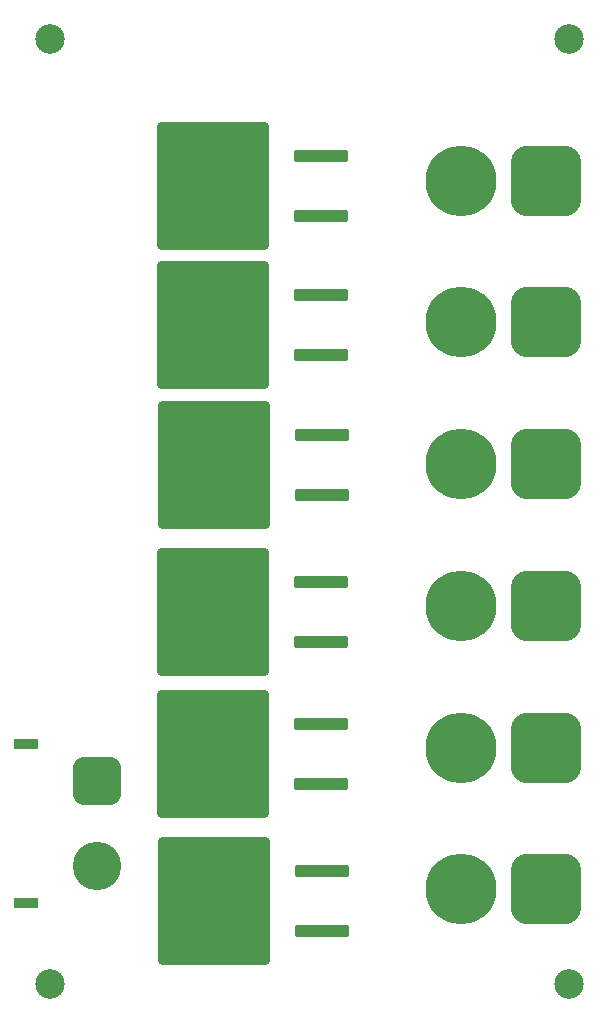
<source format=gts>
G04 #@! TF.GenerationSoftware,KiCad,Pcbnew,7.0.1*
G04 #@! TF.CreationDate,2023-04-21T09:31:29-07:00*
G04 #@! TF.ProjectId,xt60_array,78743630-5f61-4727-9261-792e6b696361,rev?*
G04 #@! TF.SameCoordinates,Original*
G04 #@! TF.FileFunction,Soldermask,Top*
G04 #@! TF.FilePolarity,Negative*
%FSLAX46Y46*%
G04 Gerber Fmt 4.6, Leading zero omitted, Abs format (unit mm)*
G04 Created by KiCad (PCBNEW 7.0.1) date 2023-04-21 09:31:29*
%MOMM*%
%LPD*%
G01*
G04 APERTURE LIST*
G04 Aperture macros list*
%AMRoundRect*
0 Rectangle with rounded corners*
0 $1 Rounding radius*
0 $2 $3 $4 $5 $6 $7 $8 $9 X,Y pos of 4 corners*
0 Add a 4 corners polygon primitive as box body*
4,1,4,$2,$3,$4,$5,$6,$7,$8,$9,$2,$3,0*
0 Add four circle primitives for the rounded corners*
1,1,$1+$1,$2,$3*
1,1,$1+$1,$4,$5*
1,1,$1+$1,$6,$7*
1,1,$1+$1,$8,$9*
0 Add four rect primitives between the rounded corners*
20,1,$1+$1,$2,$3,$4,$5,0*
20,1,$1+$1,$4,$5,$6,$7,0*
20,1,$1+$1,$6,$7,$8,$9,0*
20,1,$1+$1,$8,$9,$2,$3,0*%
G04 Aperture macros list end*
%ADD10RoundRect,0.250000X4.450000X5.150000X-4.450000X5.150000X-4.450000X-5.150000X4.450000X-5.150000X0*%
%ADD11RoundRect,0.275000X2.025000X0.275000X-2.025000X0.275000X-2.025000X-0.275000X2.025000X-0.275000X0*%
%ADD12C,2.500000*%
%ADD13RoundRect,1.500000X1.500000X1.500000X-1.500000X1.500000X-1.500000X-1.500000X1.500000X-1.500000X0*%
%ADD14C,6.000000*%
%ADD15R,2.000000X0.900000*%
%ADD16RoundRect,1.025000X1.025000X-1.025000X1.025000X1.025000X-1.025000X1.025000X-1.025000X-1.025000X0*%
%ADD17C,4.100000*%
G04 APERTURE END LIST*
D10*
X160900000Y-129000000D03*
D11*
X170050000Y-131540000D03*
X170050000Y-126460000D03*
D12*
X191000000Y-136000000D03*
D13*
X189000000Y-104000000D03*
D14*
X181800000Y-104000000D03*
D12*
X191000000Y-56000000D03*
D13*
X189000000Y-92000000D03*
D14*
X181800000Y-92000000D03*
D12*
X147000000Y-136000000D03*
D10*
X160850000Y-104540000D03*
D11*
X170000000Y-107080000D03*
X170000000Y-102000000D03*
D13*
X189000000Y-68000000D03*
D14*
X181800000Y-68000000D03*
D10*
X160850000Y-68460000D03*
D11*
X170000000Y-71000000D03*
X170000000Y-65920000D03*
D10*
X160850000Y-116540000D03*
D11*
X170000000Y-119080000D03*
X170000000Y-114000000D03*
D12*
X147000000Y-56000000D03*
D10*
X160850000Y-80225000D03*
D11*
X170000000Y-82765000D03*
X170000000Y-77685000D03*
D15*
X145000000Y-129150000D03*
X145000000Y-115650000D03*
D16*
X151000000Y-118800000D03*
D17*
X151000000Y-126000000D03*
D13*
X189000000Y-80000000D03*
D14*
X181800000Y-80000000D03*
D13*
X189000000Y-116000000D03*
D14*
X181800000Y-116000000D03*
D10*
X160900000Y-92050000D03*
D11*
X170050000Y-94590000D03*
X170050000Y-89510000D03*
D13*
X189000000Y-128000000D03*
D14*
X181800000Y-128000000D03*
M02*

</source>
